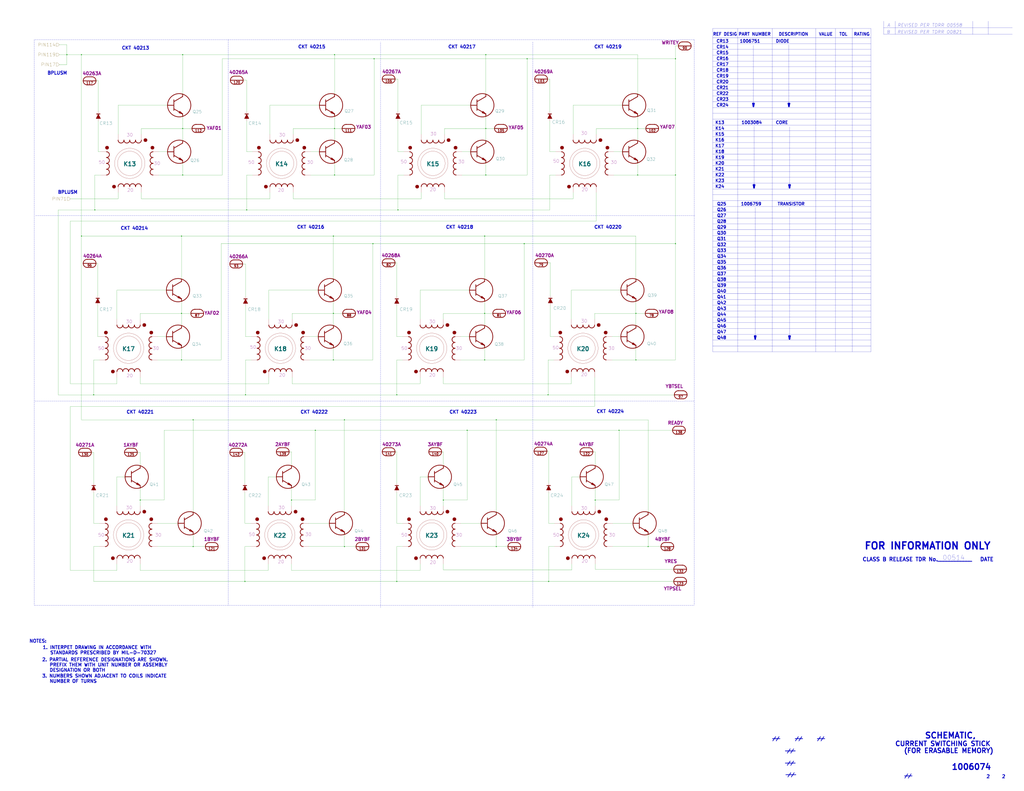
<source format=kicad_sch>
(kicad_sch (version 20211123) (generator eeschema)
  (paper "E")
  (junction (at 695.96 191.135))
  (junction (at 737.235 64.135))
  (junction (at 598.805 635))
  (junction (at 530.225 59.69))
  (junction (at 598.17 431.165))
  (junction (at 509.905 469.9))
  (junction (at 433.07 635))
  (junction (at 528.955 342.265))
  (junction (at 541.655 596.9))
  (junction (at 737.235 191.135))
  (junction (at 210.82 596.9))
  (junction (at 433.07 431.165))
  (junction (at 530.225 191.135))
  (junction (at 408.305 64.135))
  (junction (at 528.955 393.065))
  (junction (at 198.12 257.81))
  (junction (at 153.035 546.1))
  (junction (at 199.39 191.135))
  (junction (at 375.92 596.9))
  (junction (at 363.855 342.265))
  (junction (at 707.39 596.9))
  (junction (at 575.31 64.135))
  (junction (at 694.055 342.265))
  (junction (at 88.9 257.81))
  (junction (at 102.235 431.165))
  (junction (at 88.9 59.69))
  (junction (at 103.505 229.235))
  (junction (at 541.655 458.47))
  (junction (at 530.225 140.335))
  (junction (at 199.39 140.335))
  (junction (at 649.605 546.1))
  (junction (at 694.055 393.065))
  (junction (at 434.34 229.235))
  (junction (at 365.125 140.335))
  (junction (at 210.82 458.47))
  (junction (at 675.64 469.9))
  (junction (at 199.39 59.69))
  (junction (at 73.025 59.69))
  (junction (at 572.135 266.065))
  (junction (at 365.125 191.135))
  (junction (at 365.125 59.69))
  (junction (at 267.97 431.165))
  (junction (at 363.855 257.81))
  (junction (at 695.96 140.335))
  (junction (at 528.955 257.81))
  (junction (at 198.12 393.065))
  (junction (at 483.87 546.1))
  (junction (at 267.335 635))
  (junction (at 344.17 469.9))
  (junction (at 198.12 342.265))
  (junction (at 407.035 266.065))
  (junction (at 363.855 393.065))
  (junction (at 375.92 458.47))
  (junction (at 737.235 266.065))
  (junction (at 269.24 229.235))
  (junction (at 318.135 546.1))
  (wire (pts (xy 605.155 596.9) (xy 598.805 596.9)))
  (polyline (pts (xy 777.875 41.275) (xy 950.595 41.275)) (stroke (width 0) (type solid)))
  (polyline (pts (xy 777.875 288.925) (xy 950.595 288.925)) (stroke (width 0) (type solid)))
  (polyline (pts (xy 823.595 367.03) (xy 824.865 367.03)) (stroke (width 1.524) (type solid)))
  (wire (pts (xy 575.31 191.135) (xy 575.31 64.135)))
  (wire (pts (xy 365.125 127) (xy 365.125 140.335)))
  (wire (pts (xy 363.855 342.265) (xy 363.855 355.6)))
  (wire (pts (xy 458.47 615.95) (xy 458.47 622.935)))
  (wire (pts (xy 459.74 210.185) (xy 459.74 217.17)))
  (wire (pts (xy 625.475 210.185) (xy 625.475 217.17)))
  (polyline (pts (xy 861.06 201.93) (xy 862.33 201.93)) (stroke (width 1.524) (type solid)))
  (wire (pts (xy 541.655 458.47) (xy 707.39 458.47)))
  (wire (pts (xy 103.505 191.135) (xy 103.505 229.235)))
  (wire (pts (xy 668.02 393.065) (xy 694.055 393.065)))
  (wire (pts (xy 106.68 367.665) (xy 106.68 333.375)))
  (wire (pts (xy 269.24 87.63) (xy 269.24 121.92)))
  (wire (pts (xy 198.12 304.8) (xy 198.12 257.81)))
  (polyline (pts (xy 911.86 384.175) (xy 911.86 31.115)) (stroke (width 0) (type solid)))
  (wire (pts (xy 337.185 571.5) (xy 359.41 571.5)))
  (wire (pts (xy 107.315 165.735) (xy 107.315 132.08)))
  (polyline (pts (xy 861.06 367.03) (xy 862.33 367.03)) (stroke (width 1.524) (type solid)))
  (polyline (pts (xy 777.875 92.075) (xy 950.595 92.075)) (stroke (width 0) (type solid)))
  (wire (pts (xy 127.635 348.615) (xy 127.635 316.865)))
  (wire (pts (xy 267.97 431.165) (xy 102.235 431.165)))
  (wire (pts (xy 76.835 419.1) (xy 127.635 419.1)))
  (polyline (pts (xy 777.875 320.675) (xy 950.595 320.675)) (stroke (width 0) (type solid)))
  (polyline (pts (xy 977.011 23.114) (xy 977.011 37.465)) (stroke (width 0) (type solid)))
  (wire (pts (xy 707.39 559.435) (xy 707.39 458.47)))
  (polyline (pts (xy 777.875 187.325) (xy 950.595 187.325)) (stroke (width 0) (type solid)))
  (wire (pts (xy 172.085 596.9) (xy 210.82 596.9)))
  (wire (pts (xy 623.57 316.865) (xy 677.545 316.865)))
  (wire (pts (xy 648.97 443.865) (xy 76.835 443.865)))
  (wire (pts (xy 339.09 165.735) (xy 348.615 165.735)))
  (wire (pts (xy 483.87 546.1) (xy 483.87 552.45)))
  (polyline (pts (xy 777.875 250.825) (xy 950.595 250.825)) (stroke (width 0) (type solid)))
  (wire (pts (xy 242.57 64.135) (xy 408.305 64.135)))
  (wire (pts (xy 458.47 348.615) (xy 458.47 316.865)))
  (wire (pts (xy 598.17 431.165) (xy 735.965 431.165)))
  (polyline (pts (xy 861.695 113.03) (xy 861.06 116.205)) (stroke (width 1.524) (type solid)))
  (wire (pts (xy 241.3 393.065) (xy 241.3 266.065)))
  (wire (pts (xy 458.47 316.865) (xy 512.445 316.865)))
  (polyline (pts (xy 777.875 111.125) (xy 950.595 111.125)) (stroke (width 0) (type solid)))
  (wire (pts (xy 210.82 458.47) (xy 375.92 458.47)))
  (wire (pts (xy 292.735 520.7) (xy 301.625 520.7)))
  (wire (pts (xy 153.035 494.03) (xy 149.86 494.03)))
  (wire (pts (xy 109.855 165.735) (xy 107.315 165.735)))
  (polyline (pts (xy 777.875 301.625) (xy 950.595 301.625)) (stroke (width 0) (type solid)))
  (wire (pts (xy 695.96 140.335) (xy 695.96 153.67)))
  (wire (pts (xy 172.085 367.665) (xy 181.61 367.665)))
  (wire (pts (xy 153.035 348.615) (xy 153.035 342.265)))
  (polyline (pts (xy 777.875 180.975) (xy 950.595 180.975)) (stroke (width 0) (type solid)))
  (wire (pts (xy 648.97 412.115) (xy 648.97 443.865)))
  (wire (pts (xy 153.035 622.935) (xy 292.735 622.935)))
  (wire (pts (xy 128.905 114.935) (xy 182.88 114.935)))
  (wire (pts (xy 172.085 571.5) (xy 194.31 571.5)))
  (wire (pts (xy 344.17 469.9) (xy 509.905 469.9)))
  (wire (pts (xy 267.97 393.065) (xy 267.97 431.165)))
  (polyline (pts (xy 777.875 168.275) (xy 950.595 168.275)) (stroke (width 0) (type solid)))
  (wire (pts (xy 153.035 342.265) (xy 198.12 342.265)))
  (wire (pts (xy 320.04 217.17) (xy 459.74 217.17)))
  (wire (pts (xy 76.835 217.17) (xy 128.905 217.17)))
  (wire (pts (xy 63.5 229.235) (xy 63.5 431.165)))
  (wire (pts (xy 337.82 367.665) (xy 347.345 367.665)))
  (polyline (pts (xy 777.875 295.275) (xy 950.595 295.275)) (stroke (width 0) (type solid)))
  (wire (pts (xy 173.355 191.135) (xy 199.39 191.135)))
  (wire (pts (xy 694.055 342.265) (xy 694.055 355.6)))
  (wire (pts (xy 127.635 412.115) (xy 127.635 419.1)))
  (wire (pts (xy 504.19 165.735) (xy 513.715 165.735)))
  (wire (pts (xy 88.9 59.69) (xy 88.9 257.81)))
  (wire (pts (xy 269.24 165.735) (xy 269.24 132.08)))
  (wire (pts (xy 649.605 546.1) (xy 649.605 552.45)))
  (wire (pts (xy 483.87 419.1) (xy 623.57 419.1)))
  (polyline (pts (xy 777.875 85.725) (xy 950.595 85.725)) (stroke (width 0) (type solid)))
  (polyline (pts (xy 777.875 161.925) (xy 950.595 161.925)) (stroke (width 0) (type solid)))
  (wire (pts (xy 88.9 458.47) (xy 210.82 458.47)))
  (wire (pts (xy 153.035 546.1) (xy 179.07 546.1)))
  (wire (pts (xy 407.035 393.065) (xy 407.035 266.065)))
  (wire (pts (xy 485.14 146.685) (xy 485.14 140.335)))
  (polyline (pts (xy 822.325 201.93) (xy 823.595 201.93)) (stroke (width 1.524) (type solid)))
  (wire (pts (xy 433.07 596.9) (xy 433.07 635)))
  (wire (pts (xy 76.835 241.3) (xy 650.875 241.3)))
  (wire (pts (xy 108.585 393.065) (xy 102.235 393.065)))
  (wire (pts (xy 623.57 412.115) (xy 623.57 419.1)))
  (wire (pts (xy 318.135 615.95) (xy 318.135 622.935)))
  (wire (pts (xy 153.035 546.1) (xy 153.035 552.45)))
  (wire (pts (xy 102.235 431.165) (xy 63.5 431.165)))
  (wire (pts (xy 433.07 431.165) (xy 598.17 431.165)))
  (wire (pts (xy 648.97 348.615) (xy 648.97 342.265)))
  (wire (pts (xy 694.055 342.265) (xy 704.215 342.265)))
  (wire (pts (xy 408.305 64.135) (xy 575.31 64.135)))
  (polyline (pts (xy 777.875 206.375) (xy 950.595 206.375)) (stroke (width 0) (type solid)))
  (wire (pts (xy 318.135 532.765) (xy 318.135 546.1)))
  (wire (pts (xy 707.39 596.9) (xy 707.39 583.565)))
  (wire (pts (xy 199.39 59.69) (xy 365.125 59.69)))
  (polyline (pts (xy 581.66 45.72) (xy 581.66 663.575)))
  (wire (pts (xy 648.97 342.265) (xy 694.055 342.265)))
  (polyline (pts (xy 822.96 205.105) (xy 822.325 201.93)) (stroke (width 1.524) (type solid)))
  (wire (pts (xy 199.39 140.335) (xy 199.39 153.67)))
  (wire (pts (xy 128.905 146.685) (xy 128.905 114.935)))
  (wire (pts (xy 483.87 615.95) (xy 483.87 622.3)))
  (wire (pts (xy 737.235 50.165) (xy 740.41 50.165)))
  (wire (pts (xy 275.59 191.135) (xy 269.24 191.135)))
  (wire (pts (xy 88.9 59.69) (xy 199.39 59.69)))
  (wire (pts (xy 153.035 615.95) (xy 153.035 622.935)))
  (wire (pts (xy 694.055 393.065) (xy 694.055 379.73)))
  (polyline (pts (xy 930.275 384.175) (xy 930.275 31.115)) (stroke (width 0) (type solid)))
  (wire (pts (xy 294.64 146.685) (xy 294.64 114.935)))
  (wire (pts (xy 407.035 266.065) (xy 572.135 266.065)))
  (polyline (pts (xy 777.875 371.475) (xy 950.595 371.475)) (stroke (width 0) (type solid)))
  (polyline (pts (xy 777.875 384.175) (xy 950.595 384.175)) (stroke (width 0) (type solid)))
  (wire (pts (xy 528.955 342.265) (xy 537.845 342.265)))
  (polyline (pts (xy 757.555 438.15) (xy 37.465 438.15)))
  (polyline (pts (xy 777.875 269.875) (xy 950.595 269.875)) (stroke (width 0) (type solid)))
  (wire (pts (xy 198.12 257.81) (xy 363.855 257.81)))
  (wire (pts (xy 737.235 191.135) (xy 737.235 64.135)))
  (wire (pts (xy 102.235 635) (xy 267.335 635)))
  (wire (pts (xy 439.42 596.9) (xy 433.07 596.9)))
  (wire (pts (xy 625.475 114.935) (xy 679.45 114.935)))
  (polyline (pts (xy 861.695 203.2) (xy 861.695 138.43)) (stroke (width 0) (type solid)))
  (wire (pts (xy 102.235 596.9) (xy 102.235 635)))
  (wire (pts (xy 669.925 191.135) (xy 695.96 191.135)))
  (wire (pts (xy 649.605 621.665) (xy 735.33 621.665)))
  (wire (pts (xy 102.235 494.03) (xy 102.235 527.685)))
  (wire (pts (xy 707.39 596.9) (xy 721.36 596.9)))
  (wire (pts (xy 530.225 191.135) (xy 530.225 177.8)))
  (wire (pts (xy 363.855 328.93) (xy 363.855 342.265)))
  (polyline (pts (xy 777.875 200.025) (xy 950.595 200.025)) (stroke (width 0) (type solid)))
  (wire (pts (xy 625.475 146.685) (xy 625.475 114.935)))
  (wire (pts (xy 320.04 146.685) (xy 320.04 140.335)))
  (wire (pts (xy 198.12 342.265) (xy 208.28 342.265)))
  (wire (pts (xy 293.37 348.615) (xy 293.37 316.865)))
  (wire (pts (xy 198.12 393.065) (xy 198.12 379.73)))
  (wire (pts (xy 73.025 48.895) (xy 64.77 48.895)))
  (wire (pts (xy 292.735 615.95) (xy 292.735 622.935)))
  (wire (pts (xy 600.075 229.235) (xy 434.34 229.235)))
  (wire (pts (xy 440.69 191.135) (xy 434.34 191.135)))
  (wire (pts (xy 88.9 257.81) (xy 198.12 257.81)))
  (wire (pts (xy 363.855 304.8) (xy 363.855 257.81)))
  (polyline (pts (xy 777.875 339.725) (xy 950.595 339.725)) (stroke (width 0) (type solid)))
  (wire (pts (xy 408.305 191.135) (xy 408.305 64.135)))
  (wire (pts (xy 433.07 287.02) (xy 431.165 287.02)))
  (wire (pts (xy 439.42 367.665) (xy 433.07 367.665)))
  (wire (pts (xy 433.07 493.395) (xy 431.165 493.395)))
  (wire (pts (xy 694.055 304.8) (xy 694.055 257.81)))
  (wire (pts (xy 434.34 191.135) (xy 434.34 229.235)))
  (wire (pts (xy 173.355 165.735) (xy 182.88 165.735)))
  (wire (pts (xy 294.64 114.935) (xy 348.615 114.935)))
  (wire (pts (xy 267.97 367.665) (xy 267.97 334.01)))
  (polyline (pts (xy 38.735 235.585) (xy 758.825 235.585)))
  (polyline (pts (xy 823.595 201.93) (xy 822.96 205.105)) (stroke (width 1.524) (type solid)))
  (polyline (pts (xy 777.875 231.775) (xy 950.595 231.775)) (stroke (width 0) (type solid)))
  (wire (pts (xy 502.92 596.9) (xy 541.655 596.9)))
  (wire (pts (xy 375.92 596.9) (xy 375.92 583.565)))
  (polyline (pts (xy 37.465 43.18) (xy 37.465 661.035)))
  (wire (pts (xy 267.97 288.29) (xy 264.795 288.29)))
  (wire (pts (xy 267.335 635) (xy 433.07 635)))
  (wire (pts (xy 102.235 494.03) (xy 99.695 494.03)))
  (wire (pts (xy 344.17 546.1) (xy 344.17 469.9)))
  (wire (pts (xy 363.855 393.065) (xy 363.855 379.73)))
  (wire (pts (xy 73.025 70.485) (xy 73.025 59.69)))
  (polyline (pts (xy 964.311 23.114) (xy 964.311 37.465)) (stroke (width 0) (type solid)))
  (wire (pts (xy 541.655 559.435) (xy 541.655 458.47)))
  (wire (pts (xy 434.34 165.735) (xy 434.34 132.08)))
  (wire (pts (xy 269.24 191.135) (xy 269.24 229.235)))
  (wire (pts (xy 210.82 559.435) (xy 210.82 458.47)))
  (wire (pts (xy 483.87 412.115) (xy 483.87 419.1)))
  (wire (pts (xy 695.96 191.135) (xy 737.235 191.135)))
  (wire (pts (xy 363.855 393.065) (xy 407.035 393.065)))
  (wire (pts (xy 293.37 412.115) (xy 293.37 419.1)))
  (wire (pts (xy 737.235 191.135) (xy 737.235 266.065)))
  (wire (pts (xy 365.125 191.135) (xy 365.125 177.8)))
  (polyline (pts (xy 777.875 53.975) (xy 950.595 53.975)) (stroke (width 0) (type solid)))
  (wire (pts (xy 675.64 469.9) (xy 734.06 469.9)))
  (polyline (pts (xy 777.875 238.125) (xy 950.595 238.125)) (stroke (width 0) (type solid)))
  (polyline (pts (xy 248.92 43.18) (xy 248.92 661.035)))
  (wire (pts (xy 127.635 520.7) (xy 136.525 520.7)))
  (wire (pts (xy 363.855 342.265) (xy 374.015 342.265)))
  (wire (pts (xy 439.42 571.5) (xy 433.07 571.5)))
  (wire (pts (xy 695.96 102.87) (xy 695.96 59.69)))
  (polyline (pts (xy 777.875 136.525) (xy 950.595 136.525)) (stroke (width 0) (type solid)))
  (wire (pts (xy 541.655 596.9) (xy 554.355 596.9)))
  (polyline (pts (xy 777.875 276.225) (xy 950.595 276.225)) (stroke (width 0) (type solid)))
  (wire (pts (xy 199.39 127) (xy 199.39 140.335)))
  (wire (pts (xy 127.635 615.95) (xy 127.635 622.935)))
  (wire (pts (xy 485.14 140.335) (xy 530.225 140.335)))
  (wire (pts (xy 668.02 367.665) (xy 677.545 367.665)))
  (wire (pts (xy 528.955 328.93) (xy 528.955 342.265)))
  (polyline (pts (xy 862.33 201.93) (xy 861.695 205.105)) (stroke (width 1.524) (type solid)))
  (wire (pts (xy 153.035 412.115) (xy 153.035 419.1)))
  (wire (pts (xy 199.39 102.87) (xy 199.39 59.69)))
  (wire (pts (xy 199.39 191.135) (xy 242.57 191.135)))
  (wire (pts (xy 76.835 622.935) (xy 127.635 622.935)))
  (polyline (pts (xy 777.875 346.075) (xy 950.595 346.075)) (stroke (width 0) (type solid)))
  (wire (pts (xy 530.225 127) (xy 530.225 140.335)))
  (wire (pts (xy 269.24 229.235) (xy 103.505 229.235)))
  (wire (pts (xy 530.225 59.69) (xy 695.96 59.69)))
  (wire (pts (xy 600.71 367.665) (xy 600.71 333.375)))
  (polyline (pts (xy 777.875 333.375) (xy 950.595 333.375)) (stroke (width 0) (type solid)))
  (wire (pts (xy 600.075 86.36) (xy 597.535 86.36)))
  (wire (pts (xy 575.31 64.135) (xy 737.235 64.135)))
  (polyline (pts (xy 777.875 130.175) (xy 950.595 130.175)) (stroke (width 0) (type solid)))
  (polyline (pts (xy 861.695 226.695) (xy 861.695 369.57)) (stroke (width 0) (type solid)))
  (wire (pts (xy 737.235 50.165) (xy 737.235 64.135)))
  (wire (pts (xy 650.875 146.685) (xy 650.875 140.335)))
  (wire (pts (xy 365.125 140.335) (xy 373.38 140.335)))
  (polyline (pts (xy 777.875 314.325) (xy 950.595 314.325)) (stroke (width 0) (type solid)))
  (polyline (pts (xy 777.875 117.475) (xy 950.595 117.475)) (stroke (width 0) (type solid)))
  (wire (pts (xy 318.135 493.395) (xy 315.595 493.395)))
  (polyline (pts (xy 777.875 98.425) (xy 950.595 98.425)) (stroke (width 0) (type solid)))
  (polyline (pts (xy 777.875 212.725) (xy 950.595 212.725)) (stroke (width 0) (type solid)))
  (wire (pts (xy 624.205 520.7) (xy 633.095 520.7)))
  (wire (pts (xy 172.085 393.065) (xy 198.12 393.065)))
  (wire (pts (xy 598.805 571.5) (xy 598.805 537.845)))
  (wire (pts (xy 375.92 596.9) (xy 388.62 596.9)))
  (wire (pts (xy 572.135 266.065) (xy 737.235 266.065)))
  (polyline (pts (xy 821.69 113.03) (xy 822.96 113.03)) (stroke (width 1.524) (type solid)))
  (wire (pts (xy 318.77 348.615) (xy 318.77 342.265)))
  (wire (pts (xy 530.225 191.135) (xy 575.31 191.135)))
  (wire (pts (xy 649.605 546.1) (xy 675.64 546.1)))
  (wire (pts (xy 694.055 393.065) (xy 737.235 393.065)))
  (wire (pts (xy 365.125 191.135) (xy 408.305 191.135)))
  (wire (pts (xy 606.425 191.135) (xy 600.075 191.135)))
  (wire (pts (xy 433.07 393.065) (xy 433.07 431.165)))
  (wire (pts (xy 199.39 140.335) (xy 209.55 140.335)))
  (wire (pts (xy 433.07 571.5) (xy 433.07 537.845)))
  (wire (pts (xy 458.47 520.7) (xy 467.36 520.7)))
  (wire (pts (xy 694.055 328.93) (xy 694.055 342.265)))
  (wire (pts (xy 649.605 615.95) (xy 649.605 621.665)))
  (wire (pts (xy 198.12 342.265) (xy 198.12 355.6)))
  (wire (pts (xy 530.225 102.87) (xy 530.225 59.69)))
  (polyline (pts (xy 862.33 367.03) (xy 861.695 370.205)) (stroke (width 1.524) (type solid)))
  (polyline (pts (xy 822.96 113.03) (xy 822.325 116.205)) (stroke (width 1.524) (type solid)))
  (wire (pts (xy 337.185 596.9) (xy 375.92 596.9)))
  (wire (pts (xy 504.19 191.135) (xy 530.225 191.135)))
  (polyline (pts (xy 824.865 367.03) (xy 824.23 370.205)) (stroke (width 1.524) (type solid)))
  (wire (pts (xy 365.125 59.69) (xy 530.225 59.69)))
  (wire (pts (xy 483.87 493.395) (xy 483.87 508.635)))
  (wire (pts (xy 292.735 552.45) (xy 292.735 520.7)))
  (wire (pts (xy 210.82 596.9) (xy 210.82 583.565)))
  (polyline (pts (xy 777.875 225.425) (xy 950.595 225.425)) (stroke (width 0) (type solid)))
  (wire (pts (xy 274.32 367.665) (xy 267.97 367.665)))
  (wire (pts (xy 649.605 493.395) (xy 647.065 493.395)))
  (wire (pts (xy 320.04 140.335) (xy 365.125 140.335)))
  (polyline (pts (xy 757.555 43.18) (xy 37.465 43.18)))
  (polyline (pts (xy 777.875 352.425) (xy 950.595 352.425)) (stroke (width 0) (type solid)))
  (polyline (pts (xy 777.875 47.625) (xy 950.595 47.625)) (stroke (width 0) (type solid)))
  (wire (pts (xy 128.905 210.185) (xy 128.905 217.17)))
  (wire (pts (xy 502.92 367.665) (xy 512.445 367.665)))
  (polyline (pts (xy 777.875 282.575) (xy 950.595 282.575)) (stroke (width 0) (type solid)))
  (wire (pts (xy 434.34 86.36) (xy 434.34 121.92)))
  (wire (pts (xy 528.955 342.265) (xy 528.955 355.6)))
  (wire (pts (xy 267.335 494.03) (xy 267.335 527.685)))
  (wire (pts (xy 433.07 635) (xy 598.805 635)))
  (polyline (pts (xy 777.875 104.775) (xy 950.595 104.775)) (stroke (width 0) (type solid)))
  (wire (pts (xy 154.305 217.17) (xy 294.64 217.17)))
  (wire (pts (xy 107.315 88.265) (xy 107.315 121.92)))
  (polyline (pts (xy 861.695 370.205) (xy 861.06 367.03)) (stroke (width 1.524) (type solid)))
  (polyline (pts (xy 777.875 149.225) (xy 950.595 149.225)) (stroke (width 0) (type solid)))
  (wire (pts (xy 76.835 241.3) (xy 76.835 419.1)))
  (wire (pts (xy 198.12 393.065) (xy 241.3 393.065)))
  (polyline (pts (xy 777.875 365.125) (xy 950.595 365.125)) (stroke (width 0) (type solid)))
  (wire (pts (xy 695.96 140.335) (xy 704.85 140.335)))
  (wire (pts (xy 598.805 596.9) (xy 598.805 635)))
  (wire (pts (xy 107.315 88.265) (xy 104.775 88.265)))
  (polyline (pts (xy 861.695 205.105) (xy 861.06 201.93)) (stroke (width 1.524) (type solid)))
  (polyline (pts (xy 950.595 31.115) (xy 950.595 384.175)) (stroke (width 0) (type solid)))
  (wire (pts (xy 649.605 532.765) (xy 649.605 546.1)))
  (wire (pts (xy 375.92 559.435) (xy 375.92 458.47)))
  (wire (pts (xy 528.955 304.8) (xy 528.955 257.81)))
  (polyline (pts (xy 822.325 116.205) (xy 822.325 49.53)) (stroke (width 0) (type solid)))
  (wire (pts (xy 267.335 494.03) (xy 264.795 494.03)))
  (polyline (pts (xy 777.875 327.025) (xy 950.595 327.025)) (stroke (width 0) (type solid)))
  (polyline (pts (xy 964.311 30.48) (xy 1104.9 30.48)) (stroke (width 0) (type solid)))
  (wire (pts (xy 339.09 191.135) (xy 365.125 191.135)))
  (wire (pts (xy 318.135 622.935) (xy 458.47 622.935)))
  (wire (pts (xy 624.205 552.45) (xy 624.205 520.7)))
  (wire (pts (xy 502.92 571.5) (xy 525.145 571.5)))
  (polyline (pts (xy 777.875 219.075) (xy 950.595 219.075)) (stroke (width 0) (type solid)))
  (wire (pts (xy 483.87 532.765) (xy 483.87 546.1)))
  (polyline (pts (xy 777.875 123.825) (xy 950.595 123.825)) (stroke (width 0) (type solid)))
  (wire (pts (xy 669.925 165.735) (xy 679.45 165.735)))
  (wire (pts (xy 485.14 217.17) (xy 625.475 217.17)))
  (wire (pts (xy 598.805 492.76) (xy 596.9 492.76)))
  (wire (pts (xy 433.07 493.395) (xy 433.07 527.685)))
  (wire (pts (xy 623.57 348.615) (xy 623.57 316.865)))
  (wire (pts (xy 267.335 571.5) (xy 267.335 537.845)))
  (wire (pts (xy 459.74 114.935) (xy 513.715 114.935)))
  (wire (pts (xy 604.52 367.665) (xy 600.71 367.665)))
  (wire (pts (xy 668.655 571.5) (xy 690.88 571.5)))
  (wire (pts (xy 153.035 494.03) (xy 153.035 508.635)))
  (polyline (pts (xy 777.875 79.375) (xy 950.595 79.375)) (stroke (width 0) (type solid)))
  (wire (pts (xy 434.34 86.36) (xy 431.165 86.36)))
  (wire (pts (xy 274.32 393.065) (xy 267.97 393.065)))
  (wire (pts (xy 458.47 412.115) (xy 458.47 419.1)))
  (polyline (pts (xy 37.465 661.035) (xy 757.555 661.035)))
  (wire (pts (xy 485.14 210.185) (xy 485.14 217.17)))
  (wire (pts (xy 320.04 210.185) (xy 320.04 217.17)))
  (wire (pts (xy 108.585 596.9) (xy 102.235 596.9)))
  (wire (pts (xy 318.135 493.395) (xy 318.135 508.635)))
  (wire (pts (xy 695.96 191.135) (xy 695.96 177.8)))
  (polyline (pts (xy 822.96 204.47) (xy 822.96 137.795)) (stroke (width 0) (type solid)))
  (wire (pts (xy 737.235 266.065) (xy 737.235 393.065)))
  (wire (pts (xy 600.075 86.36) (xy 600.075 121.92)))
  (wire (pts (xy 294.64 210.185) (xy 294.64 217.17)))
  (wire (pts (xy 318.135 546.1) (xy 344.17 546.1)))
  (wire (pts (xy 337.82 393.065) (xy 363.855 393.065)))
  (wire (pts (xy 106.68 287.655) (xy 106.68 323.215)))
  (polyline (pts (xy 777.875 31.115) (xy 950.595 31.115)) (stroke (width 0) (type solid)))
  (polyline (pts (xy 964.311 37.465) (xy 1104.9 37.465)) (stroke (width 0) (type solid)))
  (wire (pts (xy 598.805 492.76) (xy 598.805 527.685)))
  (wire (pts (xy 695.96 127) (xy 695.96 140.335)))
  (wire (pts (xy 318.77 412.115) (xy 318.77 419.1)))
  (polyline (pts (xy 861.06 116.205) (xy 860.425 113.03)) (stroke (width 1.524) (type solid)))
  (wire (pts (xy 103.505 229.235) (xy 63.5 229.235)))
  (wire (pts (xy 153.035 419.1) (xy 293.37 419.1)))
  (wire (pts (xy 318.135 546.1) (xy 318.135 552.45)))
  (wire (pts (xy 106.68 287.655) (xy 104.775 287.655)))
  (wire (pts (xy 198.12 328.93) (xy 198.12 342.265)))
  (wire (pts (xy 541.655 596.9) (xy 541.655 583.565)))
  (wire (pts (xy 509.905 546.1) (xy 509.905 469.9)))
  (wire (pts (xy 153.035 532.765) (xy 153.035 546.1)))
  (polyline (pts (xy 890.27 384.175) (xy 890.27 31.115)) (stroke (width 0) (type solid)))
  (wire (pts (xy 179.07 469.9) (xy 344.17 469.9)))
  (polyline (pts (xy 777.875 257.175) (xy 950.595 257.175)) (stroke (width 0) (type solid)))
  (polyline (pts (xy 777.875 66.675) (xy 950.595 66.675)) (stroke (width 0) (type solid)))
  (wire (pts (xy 606.425 165.735) (xy 600.075 165.735)))
  (wire (pts (xy 624.205 615.95) (xy 624.205 622.3)))
  (wire (pts (xy 605.155 571.5) (xy 598.805 571.5)))
  (polyline (pts (xy 822.325 116.205) (xy 821.69 113.03)) (stroke (width 1.524) (type solid)))
  (wire (pts (xy 483.87 348.615) (xy 483.87 342.265)))
  (polyline (pts (xy 415.29 663.575) (xy 415.29 45.72)))
  (wire (pts (xy 604.52 393.065) (xy 598.17 393.065)))
  (wire (pts (xy 267.97 288.29) (xy 267.97 323.85)))
  (polyline (pts (xy 777.875 263.525) (xy 950.595 263.525)) (stroke (width 0) (type solid)))
  (wire (pts (xy 572.135 393.065) (xy 572.135 266.065)))
  (polyline (pts (xy 777.875 155.575) (xy 950.595 155.575)) (stroke (width 0) (type solid)))
  (wire (pts (xy 649.605 493.395) (xy 649.605 508.635)))
  (wire (pts (xy 102.235 571.5) (xy 102.235 537.845)))
  (wire (pts (xy 459.74 146.685) (xy 459.74 114.935)))
  (wire (pts (xy 650.875 140.335) (xy 695.96 140.335)))
  (wire (pts (xy 210.82 596.9) (xy 224.155 596.9)))
  (wire (pts (xy 275.59 165.735) (xy 269.24 165.735)))
  (wire (pts (xy 267.335 596.9) (xy 267.335 635)))
  (wire (pts (xy 88.9 59.69) (xy 73.025 59.69)))
  (wire (pts (xy 668.655 596.9) (xy 707.39 596.9)))
  (wire (pts (xy 483.87 622.3) (xy 624.205 622.3)))
  (wire (pts (xy 365.125 102.87) (xy 365.125 59.69)))
  (wire (pts (xy 440.69 165.735) (xy 434.34 165.735)))
  (polyline (pts (xy 777.875 193.675) (xy 950.595 193.675)) (stroke (width 0) (type solid)))
  (wire (pts (xy 108.585 367.665) (xy 106.68 367.665)))
  (polyline (pts (xy 757.555 43.18) (xy 757.555 661.035)))
  (wire (pts (xy 318.77 342.265) (xy 363.855 342.265)))
  (polyline (pts (xy 777.875 60.325) (xy 950.595 60.325)) (stroke (width 0) (type solid)))
  (polyline (pts (xy 777.875 174.625) (xy 950.595 174.625)) (stroke (width 0) (type solid)))
  (wire (pts (xy 102.235 393.065) (xy 102.235 431.165)))
  (polyline (pts (xy 860.425 113.03) (xy 861.695 113.03)) (stroke (width 1.524) (type solid)))
  (wire (pts (xy 293.37 316.865) (xy 347.345 316.865)))
  (wire (pts (xy 363.855 257.81) (xy 528.955 257.81)))
  (wire (pts (xy 483.87 342.265) (xy 528.955 342.265)))
  (wire (pts (xy 433.07 431.165) (xy 267.97 431.165)))
  (polyline (pts (xy 777.875 142.875) (xy 950.595 142.875)) (stroke (width 0) (type solid)))
  (wire (pts (xy 179.07 546.1) (xy 179.07 469.9)))
  (polyline (pts (xy 777.875 384.175) (xy 777.875 31.115)) (stroke (width 0) (type solid)))
  (wire (pts (xy 127.635 316.865) (xy 181.61 316.865)))
  (wire (pts (xy 273.685 571.5) (xy 267.335 571.5)))
  (wire (pts (xy 73.025 59.69) (xy 64.77 59.69)))
  (wire (pts (xy 127.635 552.45) (xy 127.635 520.7)))
  (wire (pts (xy 600.71 287.02) (xy 597.535 287.02)))
  (wire (pts (xy 650.875 210.185) (xy 650.875 241.3)))
  (wire (pts (xy 375.92 458.47) (xy 541.655 458.47)))
  (wire (pts (xy 528.955 393.065) (xy 528.955 379.73)))
  (wire (pts (xy 318.77 419.1) (xy 458.47 419.1)))
  (wire (pts (xy 439.42 393.065) (xy 433.07 393.065)))
  (polyline (pts (xy 1061.72 23.114) (xy 1061.72 37.465)) (stroke (width 0) (type solid)))
  (polyline (pts (xy 805.18 384.175) (xy 805.18 31.115)) (stroke (width 0) (type solid)))
  (wire (pts (xy 530.225 140.335) (xy 530.225 153.67)))
  (wire (pts (xy 600.71 287.02) (xy 600.71 323.215)))
  (polyline (pts (xy 1078.611 23.114) (xy 1078.611 37.465)) (stroke (width 0) (type solid)))
  (wire (pts (xy 598.17 393.065) (xy 598.17 431.165)))
  (wire (pts (xy 509.905 469.9) (xy 675.64 469.9)))
  (wire (pts (xy 269.24 87.63) (xy 265.43 87.63)))
  (wire (pts (xy 528.955 257.81) (xy 694.055 257.81)))
  (wire (pts (xy 600.075 165.735) (xy 600.075 132.08)))
  (wire (pts (xy 109.855 191.135) (xy 103.505 191.135)))
  (wire (pts (xy 273.685 596.9) (xy 267.335 596.9)))
  (polyline (pts (xy 824.23 226.695) (xy 824.23 369.57)) (stroke (width 0) (type solid)))
  (wire (pts (xy 241.3 266.065) (xy 407.035 266.065)))
  (wire (pts (xy 458.47 552.45) (xy 458.47 520.7)))
  (wire (pts (xy 433.07 287.02) (xy 433.07 323.85)))
  (wire (pts (xy 73.025 70.485) (xy 64.77 70.485)))
  (wire (pts (xy 154.305 146.685) (xy 154.305 140.335)))
  (wire (pts (xy 528.955 393.065) (xy 572.135 393.065)))
  (wire (pts (xy 242.57 191.135) (xy 242.57 64.135)))
  (wire (pts (xy 88.9 257.81) (xy 88.9 458.47)))
  (wire (pts (xy 433.07 367.665) (xy 433.07 334.01)))
  (wire (pts (xy 73.025 48.895) (xy 73.025 59.69)))
  (polyline (pts (xy 777.875 358.775) (xy 950.595 358.775)) (stroke (width 0) (type solid)))
  (wire (pts (xy 154.305 210.185) (xy 154.305 217.17)))
  (polyline (pts (xy 842.645 384.175) (xy 842.645 31.115)) (stroke (width 0) (type solid)))
  (wire (pts (xy 154.305 140.335) (xy 199.39 140.335)))
  (wire (pts (xy 502.92 393.065) (xy 528.955 393.065)))
  (wire (pts (xy 483.87 493.395) (xy 481.965 493.395)))
  (polyline (pts (xy 861.06 116.205) (xy 861.06 48.895)) (stroke (width 0) (type solid)))
  (wire (pts (xy 675.64 546.1) (xy 675.64 469.9)))
  (wire (pts (xy 434.34 229.235) (xy 269.24 229.235)))
  (wire (pts (xy 76.835 443.865) (xy 76.835 622.935)))
  (polyline (pts (xy 824.23 370.205) (xy 823.595 367.03)) (stroke (width 1.524) (type solid)))
  (wire (pts (xy 600.075 191.135) (xy 600.075 229.235)))
  (polyline (pts (xy 777.875 377.825) (xy 950.595 377.825)) (stroke (width 0) (type solid)))
  (polyline (pts (xy 777.875 307.975) (xy 950.595 307.975)) (stroke (width 0) (type solid)))
  (wire (pts (xy 108.585 571.5) (xy 102.235 571.5)))
  (wire (pts (xy 530.225 140.335) (xy 539.75 140.335)))
  (polyline (pts (xy 777.875 244.475) (xy 950.595 244.475)) (stroke (width 0) (type solid)))
  (wire (pts (xy 483.87 546.1) (xy 509.905 546.1)))
  (wire (pts (xy 598.805 635) (xy 735.33 635)))
  (wire (pts (xy 365.125 140.335) (xy 365.125 153.67)))
  (polyline (pts (xy 777.875 73.025) (xy 950.595 73.025)) (stroke (width 0) (type solid)))
  (wire (pts (xy 199.39 191.135) (xy 199.39 177.8)))
  (text "//" (at 867.41 808.99 0) (effects (font (size 3.556 3.556) (thickness 0.7112) bold) (justify left bottom)))
  (text "//" (at 986.79 849.63 0) (effects (font (size 3.556 3.556) (thickness 0.7112) bold) (justify left bottom)))
  (text "K23" (at 780.415 199.39 0) (effects (font (size 3.302 3.302) (thickness 0.6604) bold) (justify left bottom)))
  (text "CLASS B RELEASE TDR No.____________   DATE" (at 941.07 613.41 0) (effects (font (size 4.064 4.064) (thickness 0.8128) bold) (justify left bottom)))
  (text "Q36" (at 782.32 294.64 0) (effects (font (size 3.302 3.302) (thickness 0.6604) bold) (justify left bottom)))
  (text "Q35" (at 782.32 288.29 0) (effects (font (size 3.302 3.302) (thickness 0.6604) bold) (justify left bottom)))
  (text "VALUE" (at 893.445 39.37 0) (effects (font (size 3.302 3.302) (thickness 0.6604) bold) (justify left bottom)))
  (text "____" (at 856.615 820.42 0) (effects (font (size 3.556 3.556) (thickness 0.7112) bold) (justify left bottom)))
  (text "CKT 40214" (at 131.445 251.46 0) (effects (font (size 3.556 3.556) (thickness 0.7112) bold) (justify left bottom)))
  (text "CR14" (at 781.685 53.34 0) (effects (font (size 3.302 3.302) (thickness 0.6604) bold) (justify left bottom)))
  (text "A   REVISED PER TDRR 00558" (at 968.375 29.845 0) (effects (font (size 3.556 3.556) italic) (justify left bottom)))
  (text "BPLUSM" (at 51.435 81.915 0) (effects (font (size 3.556 3.556) (thickness 0.7112) bold) (justify left bottom)))
  (text "NOTES:" (at 31.75 702.31 0) (effects (font (size 3.556 3.556) (thickness 0.7112) bold) (justify left bottom)))
  (text "CKT 40213" (at 132.715 54.61 0) (effects (font (size 3.556 3.556) (thickness 0.7112) bold) (justify left bottom)))
  (text "//" (at 891.54 808.99 0) (effects (font (size 3.556 3.556) (thickness 0.7112) bold) (justify left bottom)))
  (text "Q45" (at 782.32 351.79 0) (effects (font (size 3.302 3.302) (thickness 0.6604) bold) (justify left bottom)))
  (text "CURRENT SWITCHING STICK" (at 976.63 815.34 0) (effects (font (size 5.08 5.08) (thickness 1.016) bold) (justify left bottom)))
  (text "REF DESIG" (at 777.875 39.37 0) (effects (font (size 3.302 3.302) (thickness 0.6604) bold) (justify left bottom)))
  (text "CR15" (at 781.685 59.69 0) (effects (font (size 3.302 3.302) (thickness 0.6604) bold) (justify left bottom)))
  (text "Q46" (at 782.32 358.14 0) (effects (font (size 3.302 3.302) (thickness 0.6604) bold) (justify left bottom)))
  (text "K19" (at 780.415 173.99 0) (effects (font (size 3.302 3.302) (thickness 0.6604) bold) (justify left bottom)))
  (text "DIODE" (at 846.455 46.99 0) (effects (font (size 3.302 3.302) (thickness 0.6604) bold) (justify left bottom)))
  (text "CKT 40221" (at 137.795 452.12 0) (effects (font (size 3.556 3.556) (thickness 0.7112) bold) (justify left bottom)))
  (text "___" (at 986.79 847.725 0) (effects (font (size 3.556 3.556) (thickness 0.7112) bold) (justify left bottom)))
  (text "3. NUMBERS SHOWN ADJACENT TO COILS INDICATE \n   NUMBER OF TURNS" (at 45.72 746.125 0) (effects (font (size 3.556 3.556) (thickness 0.7112) bold) (justify left bottom)))
  (text "CR18" (at 781.685 78.74 0) (effects (font (size 3.302 3.302) (thickness 0.6604) bold) (justify left bottom)))
  (text "Q31" (at 782.32 262.89 0) (effects (font (size 3.302 3.302) (thickness 0.6604) bold) (justify left bottom)))
  (text "(FOR ERASABLE MEMORY)" (at 986.155 822.96 0) (effects (font (size 5.08 5.08) (thickness 1.016) bold) (justify left bottom)))
  (text "K20" (at 780.415 180.34 0) (effects (font (size 3.302 3.302) (thickness 0.6604) bold) (justify left bottom)))
  (text "CKT 40218" (at 486.41 250.19 0) (effects (font (size 3.556 3.556) (thickness 0.7112) bold) (justify left bottom)))
  (text "CKT 40224" (at 650.875 451.485 0) (effects (font (size 3.556 3.556) (thickness 0.7112) bold) (justify left bottom)))
  (text "Q44" (at 782.32 345.44 0) (effects (font (size 3.302 3.302) (thickness 0.6604) bold) (justify left bottom)))
  (text "RATING" (at 931.545 39.37 0) (effects (font (size 3.302 3.302) (thickness 0.6604) bold) (justify left bottom)))
  (text "TOL" (at 915.67 39.37 0) (effects (font (size 3.302 3.302) (thickness 0.6604) bold) (justify left bottom)))
  (text "DESCRIPTION" (at 849.63 39.37 0) (effects (font (size 3.302 3.302) (thickness 0.6604) bold) (justify left bottom)))
  (text "Q30" (at 782.32 256.54 0) (effects (font (size 3.302 3.302) (thickness 0.6604) bold) (justify left bottom)))
  (text "Q25" (at 782.32 224.79 0) (effects (font (size 3.302 3.302) (thickness 0.6604) bold) (justify left bottom)))
  (text "FOR INFORMATION ONLY" (at 942.975 600.71 0) (effects (font (size 7.62 7.62) (thickness 1.524) bold) (justify left bottom)))
  (text "CKT 40219" (at 648.335 53.34 0) (effects (font (size 3.556 3.556) (thickness 0.7112) bold) (justify left bottom)))
  (text "CR20" (at 781.685 91.44 0) (effects (font (size 3.302 3.302) (thickness 0.6604) bold) (justify left bottom)))
  (text "CR24" (at 781.685 116.84 0) (effects (font (size 3.302 3.302) (thickness 0.6604) bold) (justify left bottom)))
  (text "Q34" (at 782.32 281.94 0) (effects (font (size 3.302 3.302) (thickness 0.6604) bold) (justify left bottom)))
  (text "K14" (at 780.415 142.24 0) (effects (font (size 3.302 3.302) (thickness 0.6604) bold) (justify left bottom)))
  (text "____" (at 857.25 846.455 0) (effects (font (size 3.556 3.556) (thickness 0.7112) bold) (justify left bottom)))
  (text "Q48" (at 782.32 370.84 0) (effects (font (size 3.302 3.302) (thickness 0.6604) bold) (justify left bottom)))
  (text "K17" (at 780.415 161.29 0) (effects (font (size 3.302 3.302) (thickness 0.6604) bold) (justify left bottom)))
  (text "Q41" (at 782.32 326.39 0) (effects (font (size 3.302 3.302) (thickness 0.6604) bold) (justify left bottom)))
  (text "K24" (at 780.415 205.74 0) (effects (font (size 3.302 3.302) (thickness 0.6604) bold) (justify left bottom)))
  (text "CKT 40220" (at 648.335 250.19 0) (effects (font (size 3.556 3.556) (thickness 0.7112) bold) (justify left bottom)))
  (text "1006759" (at 808.355 224.79 0) (effects (font (size 3.302 3.302) (thickness 0.6604) bold) (justify left bottom)))
  (text "CKT 40216" (at 323.85 250.19 0) (effects (font (size 3.556 3.556) (thickness 0.7112) bold) (justify left bottom)))
  (text "//" (at 842.645 808.99 0) (effects (font (size 3.556 3.556) (thickness 0.7112) bold) (justify left bottom)))
  (text "Q27" (at 782.32 237.49 0) (effects (font (size 3.302 3.302) (thickness 0.6604) bold) (justify left bottom)))
  (text "//" (at 858.52 822.325 0) (effects (font (size 3.556 3.556) (thickness 0.7112) bold) (justify left bottom)))
  (text "K15" (at 780.415 148.59 0) (effects (font (size 3.302 3.302) (thickness 0.6604) bold) (justify left bottom)))
  (text "Q37" (at 782.32 300.99 0) (effects (font (size 3.302 3.302) (thickness 0.6604) bold) (justify left bottom)))
  (text "1003084" (at 808.99 135.89 0) (effects (font (size 3.302 3.302) (thickness 0.6604) bold) (justify left bottom)))
  (text "K16" (at 780.415 154.94 0) (effects (font (size 3.302 3.302) (thickness 0.6604) bold) (justify left bottom)))
  (text "1006751" (at 807.085 46.99 0) (effects (font (size 3.302 3.302) (thickness 0.6604) bold) (justify left bottom)))
  (text "1. INTERPET DRAWING IN ACCORDANCE WITH \n   STANDARDS PRESCRIBED BY MIL-D-70327" (at 46.355 715.01 0) (effects (font (size 3.556 3.556) (thickness 0.7112) bold) (justify left bottom)))
  (text "K21" (at 780.415 186.69 0) (effects (font (size 3.302 3.302) (thickness 0.6604) bold) (justify left bottom)))
  (text "CKT 40222" (at 327.66 452.12 0) (effects (font (size 3.556 3.556) (thickness 0.7112) bold) (justify left bottom)))
  (text "B   REVISED PER TDRR 00821" (at 967.74 37.211 0) (effects (font (size 3.556 3.556) italic) (justify left bottom)))
  (text "TRANSISTOR" (at 848.36 224.79 0) (effects (font (size 3.302 3.302) (thickness 0.6604) bold) (justify left bottom)))
  (text "//" (at 859.155 848.36 0) (effects (font (size 3.556 3.556) (thickness 0.7112) bold) (justify left bottom)))
  (text "K22" (at 780.415 193.04 0) (effects (font (size 3.302 3.302) (thickness 0.6604) bold) (justify left bottom)))
  (text "___" (at 867.41 807.085 0) (effects (font (size 3.556 3.556) (thickness 0.7112) bold) (justify left bottom)))
  (text "2     2" (at 1076.325 850.265 0) (effects (font (size 3.556 3.556) (thickness 0.7112) bold) (justify left bottom)))
  (text "Q32" (at 782.32 269.24 0) (effects (font (size 3.302 3.302) (thickness 0.6604) bold) (justify left bottom)))
  (text "SCHEMATIC," (at 1009.015 807.085 0) (effects (font (size 6.35 6.35) (thickness 1.27) bold) (justify left bottom)))
  (text "Q47" (at 782.32 364.49 0) (effects (font (size 3.302 3.302) (thickness 0.6604) bold) (justify left bottom)))
  (text "Q43" (at 782.32 339.09 0) (effects (font (size 3.302 3.302) (thickness 0.6604) bold) (justify left bottom)))
  (text "BPLUSM" (at 62.865 212.09 0) (effects (font (size 3.556 3.556) (thickness 0.7112) bold) (justify left bottom)))
  (text "Q38" (at 782.32 307.34 0) (effects (font (size 3.302 3.302) (thickness 0.6604) bold) (justify left bottom)))
  (text "CR23" (at 781.685 110.49 0) (effects (font (size 3.302 3.302) (thickness 0.6604) bold) (justify left bottom)))
  (text "____" (at 856.615 833.755 0) (effects (font (size 3.556 3.556) (thickness 0.7112) bold) (justify left bottom)))
  (text "CR22" (at 781.685 104.14 0) (effects (font (size 3.302 3.302) (thickness 0.6604) bold) (justify left bottom)))
  (text "___" (at 842.645 807.085 0) (effects (font (size 3.556 3.556) (thickness 0.7112) bold) (justify left bottom)))
  (text "1006074" (at 1038.225 841.375 0) (effects (font (size 6.35 6.35) (thickness 1.27) bold) (justify left bottom)))
  (text "Q28" (at 782.32 243.84 0) (effects (font (size 3.302 3.302) (thickness 0.6604) bold) (justify left bottom)))
  (text "//" (at 858.52 835.66 0) (effects (font (size 3.556 3.556) (thickness 0.7112) bold) (justify left bottom)))
  (text "CR17" (at 781.685 72.39 0) (effects (font (size 3.302 3.302) (thickness 0.6604) bold) (justify left bottom)))
  (text "2. PARTIAL REFERENCE DESIGNATIONS ARE SHOWN.  \n   PREFIX THEM WITH UNIT NUMBER OR ASSEMBLY \n   DESIGNATION OR BOTH" (at 45.72 734.06 0) (effects (font (size 3.556 3.556) (thickness 0.7112) bold) (justify left bottom)))
  (text "CR16" (at 781.685 66.04 0) (effects (font (size 3.302 3.302) (thickness 0.6604) bold) (justify left bottom)))
  (text "CKT 40223" (at 490.22 452.12 0) (effects (font (size 3.556 3.556) (thickness 0.7112) bold) (justify left bottom)))
  (text "Q42" (at 782.32 332.74 0) (effects (font (size 3.302 3.302) (thickness 0.6604) bold) (justify left bottom)))
  (text "Q33" (at 782.32 275.59 0) (effects (font (size 3.302 3.302) (thickness 0.6604) bold) (justify left bottom)))
  (text "CR13" (at 781.685 46.99 0) (effects (font (size 3.302 3.302) (thickness 0.6604) bold) (justify left bottom)))
  (text "00514" (at 1028.7 612.14 0) (effects (font (size 5.08 5.08)) (justify left bottom)))
  (text "Q40" (at 782.32 320.04 0) (effects (font (size 3.302 3.302) (thickness 0.6604) bold) (justify left bottom)))
  (text "Q39" (at 782.32 313.69 0) (effects (font (size 3.302 3.302) (thickness 0.6604) bold) (justify left bottom)))
  (text "CORE" (at 846.455 135.89 0) (effects (font (size 3.302 3.302) (thickness 0.6604) bold) (justify left bottom)))
  (text "CR21" (at 781.685 97.79 0) (effects (font (size 3.302 3.302) (thickness 0.6604) bold) (justify left bottom)))
  (text "CKT 40215" (at 325.12 53.34 0) (effects (font (size 3.556 3.556) (thickness 0.7112) bold) (justify left bottom)))
  (text "K13" (at 780.415 135.89 0) (effects (font (size 3.302 3.302) (thickness 0.6604) bold) (justify left bottom)))
  (text "CR19" (at 781.685 85.09 0) (effects (font (size 3.302 3.302) (thickness 0.6604) bold) (justify left bottom)))
  (text "___" (at 891.54 807.085 0) (effects (font (size 3.556 3.556) (thickness 0.7112) bold) (justify left bottom)))
  (text "K18" (at 780.415 167.64 0) (effects (font (size 3.302 3.302) (thickness 0.6604) bold) (justify left bottom)))
  (text "Q29" (at 782.32 250.19 0) (effects (font (size 3.302 3.302) (thickness 0.6604) bold) (justify left bottom)))
  (text "CKT 40217" (at 488.95 53.34 0) (effects (font (size 3.556 3.556) (thickness 0.7112) bold) (justify left bottom)))
  (text "Q26" (at 782.32 231.14 0) (effects (font (size 3.302 3.302) (thickness 0.6604) bold) (justify left bottom)))
  (text "PART NUMBER" (at 805.815 39.37 0) (effects (font (size 3.302 3.302) (thickness 0.6604) bold) (justify left bottom)))
  (hierarchical_label "PIN71" (shape input) (at 76.835 217.17 180) (effects (font (size 3.556 3.556))))
  (hierarchical_label "PIN114" (shape input) (at 64.77 48.895 180) (effects (font (size 3.556 3.556))))
  (hierarchical_label "PIN119" (shape input) (at 64.77 59.69 180) (effects (font (size 3.556 3.556))))
  (hierarchical_label "PIN17" (shape input) (at 64.77 70.485 180) (effects (font (size 3.556 3.556))))
  (symbol (lib_id "AGC_DSKY:ConnectorBlockI") (at 380.365 140.335 0) (mirror y) (unit 111)
    (property "Reference" "J1" (effects hide))
    (property "Value" "ConnectorBlockI" (effects hide))
    (property "Caption" "YAF03" (at 396.875 140.97 0) (effects (font (size 3.556 3.556) bold) (justify bottom)))
  )
  (symbol (lib_id "AGC_DSKY:ConnectorBlockI") (at 97.79 88.265 0) (unit 117)
    (property "Reference" "J1" (effects hide))
    (property "Value" "ConnectorBlockI" (effects hide))
    (property "Caption" "40263A" (at 100.33 82.55 0) (effects (font (size 3.556 3.556) bold) (justify bottom)))
  )
  (symbol (lib_id "AGC_DSKY:ConnectorBlockI") (at 257.81 288.29 0) (unit 93)
    (property "Reference" "J1" (effects hide))
    (property "Value" "ConnectorBlockI" (effects hide))
    (property "Caption" "40266A" (at 260.35 282.575 0) (effects (font (size 3.556 3.556) bold) (justify bottom)))
  )
  (symbol (lib_id "AGC_DSKY:ConnectorBlockI") (at 711.2 342.265 0) (mirror y) (unit 78)
    (property "Reference" "J1" (effects hide))
    (property "Value" "ConnectorBlockI" (effects hide))
    (property "Caption" "YAF08" (at 727.075 342.9 0) (effects (font (size 3.556 3.556) bold) (justify bottom)))
  )
  (symbol (lib_id "AGC_DSKY:ConnectorBlockI") (at 742.315 621.665 0) (mirror y) (unit 132)
    (property "Reference" "J1" (effects hide))
    (property "Value" "ConnectorBlockI" (effects hide))
    (property "Caption" "YRES" (at 732.155 615.315 0) (effects (font (size 3.556 3.556) bold) (justify bottom)))
  )
  (symbol (lib_id "AGC_DSKY:ConnectorBlockI") (at 216.535 140.335 0) (mirror y) (unit 112)
    (property "Reference" "J1" (effects hide))
    (property "Value" "ConnectorBlockI" (effects hide))
    (property "Caption" "YAF01" (at 233.68 142.24 0) (effects (font (size 3.556 3.556) bold) (justify bottom)))
  )
  (symbol (lib_id "AGC_DSKY:ConnectorBlockI") (at 92.71 494.03 0) (unit 130)
    (property "Reference" "J1" (effects hide))
    (property "Value" "ConnectorBlockI" (effects hide))
    (property "Caption" "40271A" (at 92.71 488.315 0) (effects (font (size 3.556 3.556) bold) (justify bottom)))
  )
  (symbol (lib_id "AGC_DSKY:ConnectorBlockI") (at 395.605 596.9 0) (mirror y) (unit 131)
    (property "Reference" "J1" (effects hide))
    (property "Value" "ConnectorBlockI" (effects hide))
    (property "Caption" "2BYBF" (at 395.605 591.185 0) (effects (font (size 3.556 3.556) bold) (justify bottom)))
  )
  (symbol (lib_id "AGC_DSKY:ConnectorBlockI") (at 742.95 431.165 0) (mirror y) (unit 97)
    (property "Reference" "J1" (effects hide))
    (property "Value" "ConnectorBlockI" (effects hide))
    (property "Caption" "YBTSEL" (at 735.965 424.18 0) (effects (font (size 3.556 3.556) bold) (justify bottom)))
  )
  (symbol (lib_id "AGC_DSKY:ConnectorBlockI") (at 97.79 287.655 0) (unit 96)
    (property "Reference" "J1" (effects hide))
    (property "Value" "ConnectorBlockI" (effects hide))
    (property "Caption" "40264A" (at 100.965 281.94 0) (effects (font (size 3.556 3.556) bold) (justify bottom)))
  )
  (symbol (lib_id "AGC_DSKY:ConnectorBlockI") (at 747.395 50.165 0) (mirror y) (unit 90)
    (property "Reference" "J1" (effects hide))
    (property "Value" "ConnectorBlockI" (effects hide))
    (property "Caption" "WRITEY" (at 731.52 48.895 0) (effects (font (size 3.556 3.556) bold) (justify bottom)))
  )
  (symbol (lib_id "AGC_DSKY:ConnectorBlockI") (at 308.61 493.395 0) (unit 139)
    (property "Reference" "J1" (effects hide))
    (property "Value" "ConnectorBlockI" (effects hide))
    (property "Caption" "2AYBF" (at 308.61 487.68 0) (effects (font (size 3.556 3.556) bold) (justify bottom)))
  )
  (symbol (lib_id "AGC_DSKY:ConnectorBlockI") (at 424.18 493.395 0) (unit 141)
    (property "Reference" "J1" (effects hide))
    (property "Value" "ConnectorBlockI" (effects hide))
    (property "Caption" "40273A" (at 427.355 487.68 0) (effects (font (size 3.556 3.556) bold) (justify bottom)))
  )
  (symbol (lib_id "AGC_DSKY:ConnectorBlockI") (at 561.34 596.9 0) (mirror y) (unit 134)
    (property "Reference" "J1" (effects hide))
    (property "Value" "ConnectorBlockI" (effects hide))
    (property "Caption" "3BYBF" (at 561.34 591.185 0) (effects (font (size 3.556 3.556) bold) (justify bottom)))
  )
  (symbol (lib_id "AGC_DSKY:ConnectorBlockI") (at 590.55 287.02 0) (unit 79)
    (property "Reference" "J1" (effects hide))
    (property "Value" "ConnectorBlockI" (effects hide))
    (property "Caption" "40270A" (at 594.36 281.305 0) (effects (font (size 3.556 3.556) bold) (justify bottom)))
  )
  (symbol (lib_id "AGC_DSKY:ConnectorBlockI") (at 728.345 596.9 0) (mirror y) (unit 128)
    (property "Reference" "J1" (effects hide))
    (property "Value" "ConnectorBlockI" (effects hide))
    (property "Caption" "4BYBF" (at 723.265 591.185 0) (effects (font (size 3.556 3.556) bold) (justify bottom)))
  )
  (symbol (lib_id "AGC_DSKY:ConnectorBlockI") (at 590.55 86.36 0) (unit 103)
    (property "Reference" "J1" (effects hide))
    (property "Value" "ConnectorBlockI" (effects hide))
    (property "Caption" "40269A" (at 593.09 80.645 0) (effects (font (size 3.556 3.556) bold) (justify bottom)))
  )
  (symbol (lib_id "AGC_DSKY:ConnectorBlockI") (at 711.835 140.335 0) (mirror y) (unit 102)
    (property "Reference" "J1" (effects hide))
    (property "Value" "ConnectorBlockI" (effects hide))
    (property "Caption" "YAF07" (at 728.345 140.97 0) (effects (font (size 3.556 3.556) bold) (justify bottom)))
  )
  (symbol (lib_id "AGC_DSKY:ConnectorBlockI") (at 424.18 86.36 0) (unit 106)
    (property "Reference" "J1" (effects hide))
    (property "Value" "ConnectorBlockI" (effects hide))
    (property "Caption" "40267A" (at 427.355 80.645 0) (effects (font (size 3.556 3.556) bold) (justify bottom)))
  )
  (symbol (lib_id "AGC_DSKY:ConnectorBlockI") (at 546.735 140.335 0) (mirror y) (unit 105)
    (property "Reference" "J1" (effects hide))
    (property "Value" "ConnectorBlockI" (effects hide))
    (property "Caption" "YAF05" (at 563.245 141.605 0) (effects (font (size 3.556 3.556) bold) (justify bottom)))
  )
  (symbol (lib_id "AGC_DSKY:ConnectorBlockI") (at 231.14 596.9 0) (mirror y) (unit 121)
    (property "Reference" "J1" (effects hide))
    (property "Value" "ConnectorBlockI" (effects hide))
    (property "Caption" "1BYBF" (at 231.14 591.185 0) (effects (font (size 3.556 3.556) bold) (justify bottom)))
  )
  (symbol (lib_id "AGC_DSKY:ConnectorBlockI") (at 258.445 87.63 0) (unit 120)
    (property "Reference" "J1" (effects hide))
    (property "Value" "ConnectorBlockI" (effects hide))
    (property "Caption" "40265A" (at 260.35 81.28 0) (effects (font (size 3.556 3.556) bold) (justify bottom)))
  )
  (symbol (lib_id "AGC_DSKY:ConnectorBlockI") (at 742.315 635 0) (mirror y) (unit 123)
    (property "Reference" "J1" (effects hide))
    (property "Value" "ConnectorBlockI" (effects hide))
    (property "Caption" "YTPSEL" (at 734.06 645.16 0) (effects (font (size 3.556 3.556) bold) (justify bottom)))
  )
  (symbol (lib_id "AGC_DSKY:ConnectorBlockI") (at 640.08 493.395 0) (unit 122)
    (property "Reference" "J1" (effects hide))
    (property "Value" "ConnectorBlockI" (effects hide))
    (property "Caption" "4AYBF" (at 640.08 487.68 0) (effects (font (size 3.556 3.556) bold) (justify bottom)))
  )
  (symbol (lib_id "AGC_DSKY:ConnectorBlockI") (at 142.875 494.03 0) (unit 125)
    (property "Reference" "J1" (effects hide))
    (property "Value" "ConnectorBlockI" (effects hide))
    (property "Caption" "1AYBF" (at 142.875 488.315 0) (effects (font (size 3.556 3.556) bold) (justify bottom)))
  )
  (symbol (lib_id "AGC_DSKY:ConnectorBlockI") (at 589.915 492.76 0) (unit 127)
    (property "Reference" "J1" (effects hide))
    (property "Value" "ConnectorBlockI" (effects hide))
    (property "Caption" "40274A" (at 593.09 487.045 0) (effects (font (size 3.556 3.556) bold) (justify bottom)))
  )
  (symbol (lib_id "AGC_DSKY:ConnectorBlockI") (at 257.81 494.03 0) (unit 142)
    (property "Reference" "J1" (effects hide))
    (property "Value" "ConnectorBlockI" (effects hide))
    (property "Caption" "40272A" (at 259.715 488.315 0) (effects (font (size 3.556 3.556) bold) (justify bottom)))
  )
  (symbol (lib_id "AGC_DSKY:ConnectorBlockI") (at 474.98 493.395 0) (unit 140)
    (property "Reference" "J1" (effects hide))
    (property "Value" "ConnectorBlockI" (effects hide))
    (property "Caption" "3AYBF" (at 474.98 487.68 0) (effects (font (size 3.556 3.556) bold) (justify bottom)))
  )
  (symbol (lib_id "AGC_DSKY:ConnectorBlockI") (at 424.18 287.02 0) (unit 82)
    (property "Reference" "J1" (effects hide))
    (property "Value" "ConnectorBlockI" (effects hide))
    (property "Caption" "40268A" (at 426.72 281.305 0) (effects (font (size 3.556 3.556) bold) (justify bottom)))
  )
  (symbol (lib_id "AGC_DSKY:ConnectorBlockI") (at 544.83 342.265 0) (mirror y) (unit 81)
    (property "Reference" "J1" (effects hide))
    (property "Value" "ConnectorBlockI" (effects hide))
    (property "Caption" "YAF06" (at 560.705 343.535 0) (effects (font (size 3.556 3.556) bold) (justify bottom)))
  )
  (symbol (lib_id "AGC_DSKY:ConnectorBlockI") (at 215.265 342.265 0) (mirror y) (unit 87)
    (property "Reference" "J1" (effects hide))
    (property "Value" "ConnectorBlockI" (effects hide))
    (property "Caption" "YAF02" (at 231.14 344.17 0) (effects (font (size 3.556 3.556) bold) (justify bottom)))
  )
  (symbol (lib_id "AGC_DSKY:ConnectorBlockI") (at 381 342.265 0) (mirror y) (unit 88)
    (property "Reference" "J1" (effects hide))
    (property "Value" "ConnectorBlockI" (effects hide))
    (property "Caption" "YAF04" (at 397.51 343.535 0) (effects (font (size 3.556 3.556) bold) (justify bottom)))
  )
  (symbol (lib_id "AGC_DSKY:KCORE-BPLKCDGJ-block1") (at 141.605 178.435 0) (unit 1)
    (property "Reference" "K13" (at 141.605 179.07 0) (effects (font (size 4.572 4.572) bold)))
    (property "Value" "KCORE-BPLKCDGJ-block1" (effects hide))
    (property "Value2" "30" (at 171.45 178.435 0) (effects (font (size 3.556 3.556))))
    (property "Value3" "20" (at 142.24 207.645 0) (effects (font (size 3.556 3.556))))
    (property "Value4" "50" (at 111.125 177.165 0) (effects (font (size 3.556 3.556))))
    (property "Value1" "30" (at 141.605 147.32 0) (effects (font (size 3.556 3.556))))
  )
  (symbol (lib_id "AGC_DSKY:Transistor-NPN-1inch") (at 361.315 165.735 0) (unit 1)
    (property "Reference" "Q28" (at 380.365 174.625 0) (effects (font (size 3.302 3.302))))
    (property "Value" "Transistor-NPN-1inch" (effects hide))
  )
  (symbol (lib_id "AGC_DSKY:KCORE-BPLKCDGJ-block1") (at 472.44 178.435 0) (unit 1)
    (property "Reference" "K15" (at 472.44 179.07 0) (effects (font (size 4.572 4.572) bold)))
    (property "Value" "KCORE-BPLKCDGJ-block1" (effects hide))
    (property "Value2" "30" (at 503.555 176.53 0) (effects (font (size 3.556 3.556))))
    (property "Value3" "20" (at 472.44 207.01 0) (effects (font (size 3.556 3.556))))
    (property "Value4" "50" (at 440.69 176.53 0) (effects (font (size 3.556 3.556))))
    (property "Value1" "30" (at 473.075 146.05 0) (effects (font (size 3.556 3.556))))
  )
  (symbol (lib_id "AGC_DSKY:Transistor-NPN-1inch") (at 526.415 165.735 0) (unit 1)
    (property "Reference" "Q30" (at 546.1 173.355 0) (effects (font (size 3.302 3.302))))
    (property "Value" "Transistor-NPN-1inch" (effects hide))
  )
  (symbol (lib_id "AGC_DSKY:Transistor-NPN-1inch") (at 194.31 316.865 0) (unit 1)
    (property "Reference" "Q33" (at 215.265 323.215 0) (effects (font (size 3.302 3.302))))
    (property "Value" "Transistor-NPN-1inch" (effects hide))
  )
  (symbol (lib_id "AGC_DSKY:Transistor-NPN-1inch") (at 194.31 367.665 0) (unit 1)
    (property "Reference" "Q34" (at 214.63 375.92 0) (effects (font (size 3.302 3.302))))
    (property "Value" "Transistor-NPN-1inch" (effects hide))
  )
  (symbol (lib_id "AGC_DSKY:KCORE-BPLKCDGJ-block1") (at 306.07 380.365 0) (unit 1)
    (property "Reference" "K18" (at 306.07 381 0) (effects (font (size 4.572 4.572) bold)))
    (property "Value" "KCORE-BPLKCDGJ-block1" (effects hide))
    (property "Value2" "30" (at 335.915 380.365 0) (effects (font (size 3.556 3.556))))
    (property "Value3" "20" (at 307.975 409.575 0) (effects (font (size 3.556 3.556))))
    (property "Value4" "50" (at 276.225 379.095 0) (effects (font (size 3.556 3.556))))
    (property "Value1" "30" (at 306.705 351.155 0) (effects (font (size 3.556 3.556))))
  )
  (symbol (lib_id "AGC_DSKY:Diode") (at 267.97 328.93 270) (unit 1)
    (property "Reference" "CR18" (at 277.495 337.82 90) (effects (font (size 3.556 3.556))))
    (property "Value" "Diode" (effects hide))
  )
  (symbol (lib_id "AGC_DSKY:Transistor-NPN-1inch") (at 360.045 316.865 0) (unit 1)
    (property "Reference" "Q35" (at 380.365 323.215 0) (effects (font (size 3.302 3.302))))
    (property "Value" "Transistor-NPN-1inch" (effects hide))
  )
  (symbol (lib_id "AGC_DSKY:Transistor-NPN-1inch") (at 360.045 367.665 0) (unit 1)
    (property "Reference" "Q36" (at 379.73 375.285 0) (effects (font (size 3.302 3.302))))
    (property "Value" "Transistor-NPN-1inch" (effects hide))
  )
  (symbol (lib_id "AGC_DSKY:Transistor-NPN-1inch") (at 525.145 367.665 0) (unit 1)
    (property "Reference" "Q38" (at 544.83 375.92 0) (effects (font (size 3.302 3.302))))
    (property "Value" "Transistor-NPN-1inch" (effects hide))
  )
  (symbol (lib_id "AGC_DSKY:KCORE-BPLKCDGJ-block1") (at 636.27 380.365 0) (unit 1)
    (property "Reference" "K20" (at 636.27 381 0) (effects (font (size 4.572 4.572) bold)))
    (property "Value" "KCORE-BPLKCDGJ-block1" (effects hide))
    (property "Value2" "30" (at 667.385 380.365 0) (effects (font (size 3.556 3.556))))
    (property "Value3" "20" (at 637.54 408.94 0) (effects (font (size 3.556 3.556))))
    (property "Value4" "50" (at 606.425 379.73 0) (effects (font (size 3.556 3.556))))
    (property "Value1" "30" (at 637.54 350.52 0) (effects (font (size 3.556 3.556))))
  )
  (symbol (lib_id "AGC_DSKY:Diode") (at 600.71 328.295 270) (unit 1)
    (property "Reference" "CR20" (at 610.87 336.55 90) (effects (font (size 3.556 3.556))))
    (property "Value" "Diode" (effects hide))
  )
  (symbol (lib_id "AGC_DSKY:Transistor-NPN-1inch") (at 690.245 316.865 0) (unit 1)
    (property "Reference" "Q39" (at 711.835 322.58 0) (effects (font (size 3.302 3.302))))
    (property "Value" "Transistor-NPN-1inch" (effects hide))
  )
  (symbol (lib_id "AGC_DSKY:Transistor-NPN-1inch") (at 690.245 367.665 0) (unit 1)
    (property "Reference" "Q40" (at 711.2 375.285 0) (effects (font (size 3.302 3.302))))
    (property "Value" "Transistor-NPN-1inch" (effects hide))
  )
  (symbol (lib_id "AGC_DSKY:KCORE-BPLKCDGJ-block1") (at 140.335 584.2 0) (unit 1)
    (property "Reference" "K21" (at 140.335 584.835 0) (effects (font (size 4.572 4.572) bold)))
    (property "Value" "KCORE-BPLKCDGJ-block1" (effects hide))
    (property "Value2" "30" (at 172.72 584.2 0) (effects (font (size 3.556 3.556))))
    (property "Value3" "20" (at 141.605 612.775 0) (effects (font (size 3.556 3.556))))
    (property "Value4" "50" (at 110.49 584.2 0) (effects (font (size 3.556 3.556))))
    (property "Value1" "30" (at 140.97 554.355 0) (effects (font (size 3.556 3.556))))
  )
  (symbol (lib_id "AGC_DSKY:Diode") (at 102.235 532.765 270) (unit 1)
    (property "Reference" "CR21" (at 111.76 541.02 90) (effects (font (size 3.556 3.556))))
    (property "Value" "Diode" (effects hide))
  )
  (symbol (lib_id "AGC_DSKY:KCORE-BPLKCDGJ-block1") (at 305.435 584.2 0) (unit 1)
    (property "Reference" "K22" (at 305.435 584.835 0) (effects (font (size 4.572 4.572) bold)))
    (property "Value" "KCORE-BPLKCDGJ-block1" (effects hide))
    (property "Value2" "30" (at 336.55 583.565 0) (effects (font (size 3.556 3.556))))
    (property "Value3" "20" (at 306.705 613.41 0) (effects (font (size 3.556 3.556))))
    (property "Value4" "50" (at 274.955 583.565 0) (effects (font (size 3.556 3.556))))
    (property "Value1" "30" (at 307.34 554.355 0) (effects (font (size 3.556 3.556))))
  )
  (symbol (lib_id "AGC_DSKY:Diode") (at 267.335 532.765 270) (unit 1)
    (property "Reference" "CR22" (at 278.13 541.02 90) (effects (font (size 3.556 3.556))))
    (property "Value" "Diode" (effects hide))
  )
  (symbol (lib_id "AGC_DSKY:Transistor-NPN-1inch") (at 314.325 520.7 0) (unit 1)
    (property "Reference" "Q43" (at 334.01 528.955 0) (effects (font (size 3.302 3.302))))
    (property "Value" "Transistor-NPN-1inch" (effects hide))
  )
  (symbol (lib_id "AGC_DSKY:Transistor-NPN-1inch") (at 372.11 571.5 0) (unit 1)
    (property "Reference" "Q44" (at 391.795 579.755 0) (effects (font (size 3.302 3.302))))
    (property "Value" "Transistor-NPN-1inch" (effects hide))
  )
  (symbol (lib_id "AGC_DSKY:KCORE-BPLKCDGJ-block1") (at 471.17 584.2 0) (unit 1)
    (property "Reference" "K23" (at 471.17 584.835 0) (effects (font (size 4.572 4.572) bold)))
    (property "Value" "KCORE-BPLKCDGJ-block1" (effects hide))
    (property "Value2" "30" (at 501.015 584.2 0) (effects (font (size 3.556 3.556))))
    (property "Value3" "20" (at 472.44 614.045 0) (effects (font (size 3.556 3.556))))
    (property "Value4" "50" (at 441.325 584.2 0) (effects (font (size 3.556 3.556))))
    (property "Value1" "30" (at 472.44 554.99 0) (effects (font (size 3.556 3.556))))
  )
  (symbol (lib_id "AGC_DSKY:Transistor-NPN-1inch") (at 645.795 520.7 0) (unit 1)
    (property "Reference" "Q47" (at 664.845 528.955 0) (effects (font (size 3.302 3.302))))
    (property "Value" "Transistor-NPN-1inch" (effects hide))
  )
  (symbol (lib_id "AGC_DSKY:Transistor-NPN-1inch") (at 703.58 571.5 0) (unit 1)
    (property "Reference" "Q48" (at 723.265 579.755 0) (effects (font (size 3.302 3.302))))
    (property "Value" "Transistor-NPN-1inch" (effects hide))
  )
  (symbol (lib_id "AGC_DSKY:Diode") (at 107.315 127 270) (unit 1)
    (property "Reference" "CR13" (at 115.57 134.62 90) (effects (font (size 3.556 3.556))))
    (property "Value" "Diode" (effects hide))
  )
  (symbol (lib_id "AGC_DSKY:Transistor-NPN-1inch") (at 195.58 114.935 0) (unit 1)
    (property "Reference" "Q25" (at 215.265 121.92 0) (effects (font (size 3.302 3.302))))
    (property "Value" "Transistor-NPN-1inch" (effects hide))
  )
  (symbol (lib_id "AGC_DSKY:Transistor-NPN-1inch") (at 195.58 165.735 0) (unit 1)
    (property "Reference" "Q26" (at 212.725 175.26 0) (effects (font (size 3.302 3.302))))
    (property "Value" "Transistor-NPN-1inch" (effects hide))
  )
  (symbol (lib_id "AGC_DSKY:KCORE-BPLKCDGJ-block1") (at 307.34 178.435 0) (unit 1)
    (property "Reference" "K14" (at 307.34 179.07 0) (effects (font (size 4.572 4.572) bold)))
    (property "Value" "KCORE-BPLKCDGJ-block1" (effects hide))
    (property "Value2" "30" (at 338.455 177.165 0) (effects (font (size 3.556 3.556))))
    (property "Value3" "20" (at 306.705 207.645 0) (effects (font (size 3.556 3.556))))
    (property "Value4" "50" (at 274.32 177.165 0) (effects (font (size 3.556 3.556))))
    (property "Value1" "30" (at 307.975 147.32 0) (effects (font (size 3.556 3.556))))
  )
  (symbol (lib_id "AGC_DSKY:Diode") (at 269.24 127 270) (unit 1)
    (property "Reference" "CR14" (at 278.13 134.62 90) (effects (font (size 3.556 3.556))))
    (property "Value" "Diode" (effects hide))
  )
  (symbol (lib_id "AGC_DSKY:Transistor-NPN-1inch") (at 361.315 114.935 0) (unit 1)
    (property "Reference" "Q27" (at 381 121.285 0) (effects (font (size 3.302 3.302))))
    (property "Value" "Transistor-NPN-1inch" (effects hide))
  )
  (symbol (lib_id "AGC_DSKY:Diode") (at 434.34 127 270) (unit 1)
    (property "Reference" "CR15" (at 443.23 133.985 90) (effects (font (size 3.556 3.556))))
    (property "Value" "Diode" (effects hide))
  )
  (symbol (lib_id "AGC_DSKY:Transistor-NPN-1inch") (at 526.415 114.935 0) (unit 1)
    (property "Reference" "Q29" (at 545.465 121.285 0) (effects (font (size 3.302 3.302))))
    (property "Value" "Transistor-NPN-1inch" (effects hide))
  )
  (symbol (lib_id "AGC_DSKY:KCORE-BPLKCDGJ-block1") (at 638.175 178.435 0) (unit 1)
    (property "Reference" "K16" (at 638.175 179.07 0) (effects (font (size 4.572 4.572) bold)))
    (property "Value" "KCORE-BPLKCDGJ-block1" (effects hide))
    (property "Value2" "30" (at 669.925 177.165 0) (effects (font (size 3.556 3.556))))
    (property "Value3" "20" (at 638.175 207.01 0) (effects (font (size 3.556 3.556))))
    (property "Value4" "50" (at 607.06 175.895 0) (effects (font (size 3.556 3.556))))
    (property "Value1" "30" (at 637.54 145.415 0) (effects (font (size 3.556 3.556))))
  )
  (symbol (lib_id "AGC_DSKY:Diode") (at 600.075 127 270) (unit 1)
    (property "Reference" "CR16" (at 609.6 133.35 90) (effects (font (size 3.556 3.556))))
    (property "Value" "Diode" (effects hide))
  )
  (symbol (lib_id "AGC_DSKY:Transistor-NPN-1inch") (at 692.15 114.935 0) (unit 1)
    (property "Reference" "Q31" (at 711.2 120.65 0) (effects (font (size 3.302 3.302))))
    (property "Value" "Transistor-NPN-1inch" (effects hide))
  )
  (symbol (lib_id "AGC_DSKY:Transistor-NPN-1inch") (at 692.15 165.735 0) (unit 1)
    (property "Reference" "Q32" (at 710.565 173.99 0) (effects (font (size 3.302 3.302))))
    (property "Value" "Transistor-NPN-1inch" (effects hide))
  )
  (symbol (lib_id "AGC_DSKY:KCORE-BPLKCDGJ-block1") (at 140.335 380.365 0) (unit 1)
    (property "Reference" "K17" (at 140.335 381 0) (effects (font (size 4.572 4.572) bold)))
    (property "Value" "KCORE-BPLKCDGJ-block1" (effects hide))
    (property "Value2" "30" (at 170.18 380.365 0) (effects (font (size 3.556 3.556))))
    (property "Value3" "20" (at 141.605 410.21 0) (effects (font (size 3.556 3.556))))
    (property "Value4" "50" (at 110.49 380.365 0) (effects (font (size 3.556 3.556))))
    (property "Value1" "30" (at 140.97 351.155 0) (effects (font (size 3.556 3.556))))
  )
  (symbol (lib_id "AGC_DSKY:Diode") (at 106.68 328.295 270) (unit 1)
    (property "Reference" "CR17" (at 115.57 337.82 90) (effects (font (size 3.556 3.556))))
    (property "Value" "Diode" (effects hide))
  )
  (symbol (lib_id "AGC_DSKY:KCORE-BPLKCDGJ-block1") (at 471.17 380.365 0) (unit 1)
    (property "Reference" "K19" (at 471.17 381 0) (effects (font (size 4.572 4.572) bold)))
    (property "Value" "KCORE-BPLKCDGJ-block1" (effects hide))
    (property "Value2" "30" (at 501.015 380.365 0) (effects (font (size 3.556 3.556))))
    (property "Value3" "20" (at 471.805 409.575 0) (effects (font (size 3.556 3.556))))
    (property "Value4" "50" (at 441.325 380.365 0) (effects (font (size 3.556 3.556))))
    (property "Value1" "30" (at 471.805 351.155 0) (effects (font (size 3.556 3.556))))
  )
  (symbol (lib_id "AGC_DSKY:Diode") (at 433.07 328.93 270) (unit 1)
    (property "Reference" "CR19" (at 443.23 337.82 90) (effects (font (size 3.556 3.556))))
    (property "Value" "Diode" (effects hide))
  )
  (symbol (lib_id "AGC_DSKY:Transistor-NPN-1inch") (at 525.145 316.865 0) (unit 1)
    (property "Reference" "Q37" (at 548.64 323.215 0) (effects (font (size 3.302 3.302))))
    (property "Value" "Transistor-NPN-1inch" (effects hide))
  )
  (symbol (lib_id "AGC_DSKY:Transistor-NPN-1inch") (at 149.225 520.7 0) (unit 1)
    (property "Reference" "Q41" (at 168.275 528.955 0) (effects (font (size 3.302 3.302))))
    (property "Value" "Transistor-NPN-1inch" (effects hide))
  )
  (symbol (lib_id "AGC_DSKY:Transistor-NPN-1inch") (at 207.01 571.5 0) (unit 1)
    (property "Reference" "Q42" (at 227.33 579.755 0) (effects (font (size 3.302 3.302))))
    (property "Value" "Transistor-NPN-1inch" (effects hide))
  )
  (symbol (lib_id "AGC_DSKY:Diode") (at 433.07 532.765 270) (unit 1)
    (property "Reference" "CR23" (at 442.595 541.02 90) (effects (font (size 3.556 3.556))))
    (property "Value" "Diode" (effects hide))
  )
  (symbol (lib_id "AGC_DSKY:Transistor-NPN-1inch") (at 480.06 520.7 0) (unit 1)
    (property "Reference" "Q45" (at 499.745 528.955 0) (effects (font (size 3.302 3.302))))
    (property "Value" "Transistor-NPN-1inch" (effects hide))
  )
  (symbol (lib_id "AGC_DSKY:Transistor-NPN-1inch") (at 537.845 571.5 0) (unit 1)
    (property "Reference" "Q46" (at 559.435 579.755 0) (effects (font (size 3.302 3.302))))
    (property "Value" "Transistor-NPN-1inch" (effects hide))
  )
  (symbol (lib_id "AGC_DSKY:KCORE-BPLKCDGJ-block1") (at 636.905 584.2 0) (unit 1)
    (property "Reference" "K24" (at 636.905 584.835 0) (effects (font (size 4.572 4.572) bold)))
    (property "Value" "KCORE-BPLKCDGJ-block1" (effects hide))
    (property "Value2" "30" (at 668.02 584.2 0) (effects (font (size 3.556 3.556))))
    (property "Value3" "20" (at 638.175 612.775 0) (effects (font (size 3.556 3.556))))
    (property "Value4" "50" (at 607.06 584.2 0) (effects (font (size 3.556 3.556))))
    (property "Value1" "30" (at 637.54 554.99 0) (effects (font (size 3.556 3.556))))
  )
  (symbol (lib_id "AGC_DSKY:Diode") (at 598.805 532.765 270) (unit 1)
    (property "Reference" "CR24" (at 607.695 541.02 90) (effects (font (size 3.556 3.556))))
    (property "Value" "Diode" (effects hide))
  )
  (symbol (lib_id "AGC_DSKY:ConnectorBlockI") (at 741.045 469.9 0) (mirror y) (unit 138)
    (property "Reference" "J1" (effects hide))
    (property "Value" "ConnectorBlockI" (effects hide))
    (property "Caption" "READY" (at 737.235 464.185 0) (effects (font (size 3.556 3.556) bold) (justify bottom)))
  )
)
</source>
